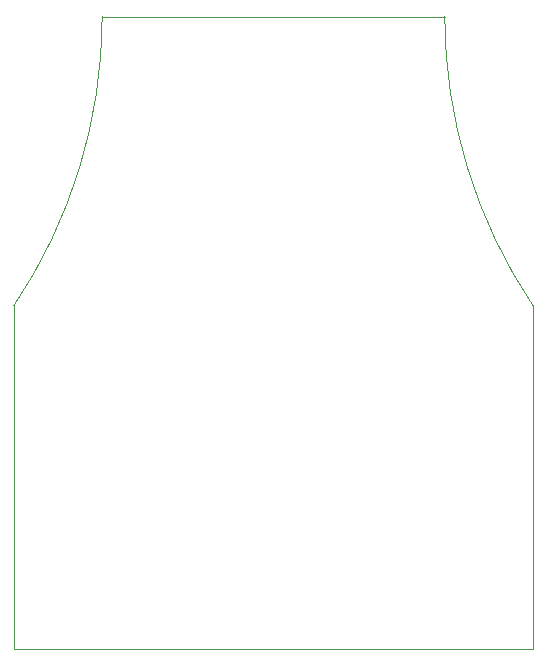
<source format=gbr>
%TF.GenerationSoftware,KiCad,Pcbnew,(6.0.4)*%
%TF.CreationDate,2022-11-15T21:42:47+00:00*%
%TF.ProjectId,pcb_host,7063625f-686f-4737-942e-6b696361645f,rev?*%
%TF.SameCoordinates,Original*%
%TF.FileFunction,Profile,NP*%
%FSLAX46Y46*%
G04 Gerber Fmt 4.6, Leading zero omitted, Abs format (unit mm)*
G04 Created by KiCad (PCBNEW (6.0.4)) date 2022-11-15 21:42:47*
%MOMM*%
%LPD*%
G01*
G04 APERTURE LIST*
%TA.AperFunction,Profile*%
%ADD10C,0.100000*%
%TD*%
G04 APERTURE END LIST*
D10*
X84000000Y-97500000D02*
G75*
G03*
X91500000Y-73000000I-36417980J24546320D01*
G01*
X120499981Y-73000000D02*
G75*
G03*
X128000000Y-97500000I44015819J76300D01*
G01*
X91500000Y-73000000D02*
X120500000Y-73000000D01*
X84000000Y-126500000D02*
X84000000Y-97500000D01*
X128000000Y-97500000D02*
X128000000Y-126500000D01*
X84000000Y-126500000D02*
X128000000Y-126500000D01*
M02*

</source>
